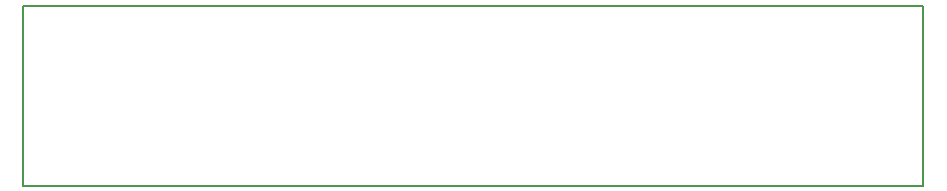
<source format=gts>
G04 Smart Collar 2.0 - Top Solder Mask Layer*
%FSLAX24Y24*%
%MOIN*%
%ADD10C,0.0060*%
D10*
X020000Y012000D02*
X050000Y012000D01*
X050000Y018000D01*
X020000Y018000D01*
X020000Y012000D01*
M02*

</source>
